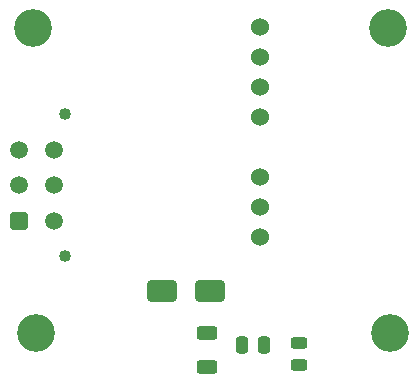
<source format=gbr>
%TF.GenerationSoftware,KiCad,Pcbnew,8.0.5*%
%TF.CreationDate,2024-09-29T17:59:16-05:00*%
%TF.ProjectId,pcb,7063622e-6b69-4636-9164-5f7063625858,rev?*%
%TF.SameCoordinates,Original*%
%TF.FileFunction,Soldermask,Top*%
%TF.FilePolarity,Negative*%
%FSLAX46Y46*%
G04 Gerber Fmt 4.6, Leading zero omitted, Abs format (unit mm)*
G04 Created by KiCad (PCBNEW 8.0.5) date 2024-09-29 17:59:16*
%MOMM*%
%LPD*%
G01*
G04 APERTURE LIST*
G04 Aperture macros list*
%AMRoundRect*
0 Rectangle with rounded corners*
0 $1 Rounding radius*
0 $2 $3 $4 $5 $6 $7 $8 $9 X,Y pos of 4 corners*
0 Add a 4 corners polygon primitive as box body*
4,1,4,$2,$3,$4,$5,$6,$7,$8,$9,$2,$3,0*
0 Add four circle primitives for the rounded corners*
1,1,$1+$1,$2,$3*
1,1,$1+$1,$4,$5*
1,1,$1+$1,$6,$7*
1,1,$1+$1,$8,$9*
0 Add four rect primitives between the rounded corners*
20,1,$1+$1,$2,$3,$4,$5,0*
20,1,$1+$1,$4,$5,$6,$7,0*
20,1,$1+$1,$6,$7,$8,$9,0*
20,1,$1+$1,$8,$9,$2,$3,0*%
G04 Aperture macros list end*
%ADD10C,3.200000*%
%ADD11C,1.524000*%
%ADD12RoundRect,0.250000X-0.625000X0.312500X-0.625000X-0.312500X0.625000X-0.312500X0.625000X0.312500X0*%
%ADD13C,1.020000*%
%ADD14RoundRect,0.250001X0.499999X-0.499999X0.499999X0.499999X-0.499999X0.499999X-0.499999X-0.499999X0*%
%ADD15C,1.500000*%
%ADD16RoundRect,0.243750X-0.456250X0.243750X-0.456250X-0.243750X0.456250X-0.243750X0.456250X0.243750X0*%
%ADD17RoundRect,0.250000X1.000000X0.650000X-1.000000X0.650000X-1.000000X-0.650000X1.000000X-0.650000X0*%
%ADD18RoundRect,0.250000X-0.250000X-0.475000X0.250000X-0.475000X0.250000X0.475000X-0.250000X0.475000X0*%
G04 APERTURE END LIST*
D10*
%TO.C,REF\u002A\u002A*%
X121920000Y-108966000D03*
%TD*%
%TO.C,REF\u002A\u002A*%
X91920000Y-108966000D03*
%TD*%
%TO.C,REF\u002A\u002A*%
X121694000Y-83185000D03*
%TD*%
%TO.C,REF\u002A\u002A*%
X91694000Y-83185000D03*
%TD*%
D11*
%TO.C,U1*%
X110914000Y-100848000D03*
X110914000Y-98308000D03*
X110914000Y-95768000D03*
X110914000Y-90688000D03*
X110914000Y-88148000D03*
X110914000Y-85608000D03*
X110914000Y-83068000D03*
%TD*%
D12*
%TO.C,R1*%
X106426000Y-111891000D03*
X106426000Y-108966000D03*
%TD*%
D13*
%TO.C,J1*%
X94412000Y-102472000D03*
X94412000Y-90472000D03*
D14*
X90472000Y-99472000D03*
D15*
X90472000Y-96472000D03*
X90472000Y-93472000D03*
X93472000Y-99472000D03*
X93472000Y-96472000D03*
X93472000Y-93472000D03*
%TD*%
D16*
%TO.C,D2*%
X114173000Y-111730000D03*
X114173000Y-109855000D03*
%TD*%
D17*
%TO.C,D1*%
X102616000Y-105410000D03*
X106616000Y-105410000D03*
%TD*%
D18*
%TO.C,C1*%
X111247000Y-109982000D03*
X109347000Y-109982000D03*
%TD*%
M02*

</source>
